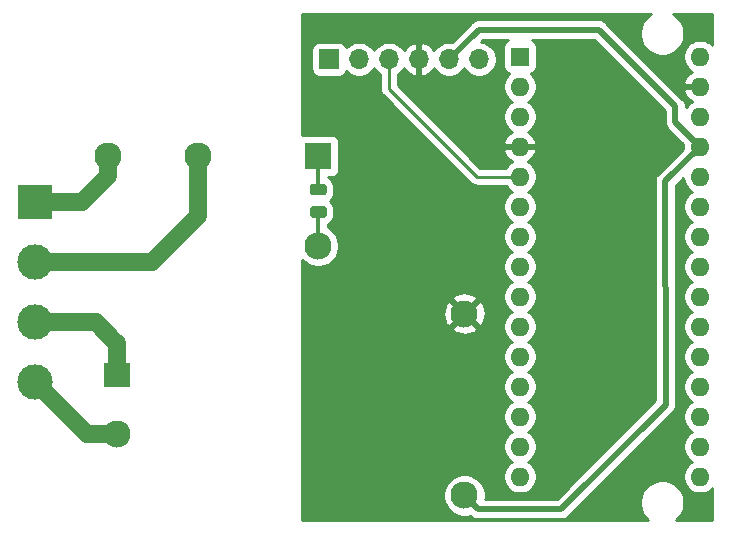
<source format=gbr>
%TF.GenerationSoftware,KiCad,Pcbnew,(5.1.5)-3*%
%TF.CreationDate,2020-10-03T11:48:18-03:00*%
%TF.ProjectId,interruptor_bluetooth V1.0,696e7465-7272-4757-9074-6f725f626c75,rev?*%
%TF.SameCoordinates,Original*%
%TF.FileFunction,Copper,L2,Bot*%
%TF.FilePolarity,Positive*%
%FSLAX46Y46*%
G04 Gerber Fmt 4.6, Leading zero omitted, Abs format (unit mm)*
G04 Created by KiCad (PCBNEW (5.1.5)-3) date 2020-10-03 11:48:18*
%MOMM*%
%LPD*%
G04 APERTURE LIST*
%ADD10C,2.300000*%
%ADD11R,2.300000X2.300000*%
%ADD12C,3.000000*%
%ADD13R,3.000000X3.000000*%
%ADD14O,1.600000X1.600000*%
%ADD15R,1.600000X1.600000*%
%ADD16R,2.300000X2.000000*%
%ADD17O,1.700000X1.700000*%
%ADD18R,1.700000X1.700000*%
%ADD19C,0.100000*%
%ADD20C,0.300000*%
%ADD21C,0.500000*%
%ADD22C,0.250000*%
%ADD23C,1.500000*%
%ADD24C,1.000000*%
%ADD25C,0.254000*%
G04 APERTURE END LIST*
D10*
X159702500Y-82486500D03*
X141922500Y-74866500D03*
X149542500Y-74866500D03*
D11*
X159702500Y-74866500D03*
D12*
X135737600Y-94030800D03*
D13*
X135737600Y-78790800D03*
D12*
X135737600Y-88950800D03*
X135737600Y-83870800D03*
D14*
X192024000Y-102006400D03*
X176784000Y-102006400D03*
X192024000Y-66446400D03*
X176784000Y-99466400D03*
X192024000Y-68986400D03*
X176784000Y-96926400D03*
X192024000Y-71526400D03*
X176784000Y-94386400D03*
X192024000Y-74066400D03*
X176784000Y-91846400D03*
X192024000Y-76606400D03*
X176784000Y-89306400D03*
X192024000Y-79146400D03*
X176784000Y-86766400D03*
X192024000Y-81686400D03*
X176784000Y-84226400D03*
X192024000Y-84226400D03*
X176784000Y-81686400D03*
X192024000Y-86766400D03*
X176784000Y-79146400D03*
X192024000Y-89306400D03*
X176784000Y-76606400D03*
X192024000Y-91846400D03*
X176784000Y-74066400D03*
X192024000Y-94386400D03*
X176784000Y-71526400D03*
X192024000Y-96926400D03*
X176784000Y-68986400D03*
X192024000Y-99466400D03*
D15*
X176784000Y-66446400D03*
D10*
X172084500Y-103608500D03*
X142684500Y-98408500D03*
D16*
X142684500Y-93408500D03*
D10*
X172084500Y-88208500D03*
D17*
X173316900Y-66675000D03*
X170776900Y-66675000D03*
X168236900Y-66675000D03*
X165696900Y-66675000D03*
X163156900Y-66675000D03*
D18*
X160616900Y-66675000D03*
%TA.AperFunction,SMDPad,CuDef*%
D19*
G36*
X160195342Y-79112674D02*
G01*
X160219003Y-79116184D01*
X160242207Y-79121996D01*
X160264729Y-79130054D01*
X160286353Y-79140282D01*
X160306870Y-79152579D01*
X160326083Y-79166829D01*
X160343807Y-79182893D01*
X160359871Y-79200617D01*
X160374121Y-79219830D01*
X160386418Y-79240347D01*
X160396646Y-79261971D01*
X160404704Y-79284493D01*
X160410516Y-79307697D01*
X160414026Y-79331358D01*
X160415200Y-79355250D01*
X160415200Y-79842750D01*
X160414026Y-79866642D01*
X160410516Y-79890303D01*
X160404704Y-79913507D01*
X160396646Y-79936029D01*
X160386418Y-79957653D01*
X160374121Y-79978170D01*
X160359871Y-79997383D01*
X160343807Y-80015107D01*
X160326083Y-80031171D01*
X160306870Y-80045421D01*
X160286353Y-80057718D01*
X160264729Y-80067946D01*
X160242207Y-80076004D01*
X160219003Y-80081816D01*
X160195342Y-80085326D01*
X160171450Y-80086500D01*
X159258950Y-80086500D01*
X159235058Y-80085326D01*
X159211397Y-80081816D01*
X159188193Y-80076004D01*
X159165671Y-80067946D01*
X159144047Y-80057718D01*
X159123530Y-80045421D01*
X159104317Y-80031171D01*
X159086593Y-80015107D01*
X159070529Y-79997383D01*
X159056279Y-79978170D01*
X159043982Y-79957653D01*
X159033754Y-79936029D01*
X159025696Y-79913507D01*
X159019884Y-79890303D01*
X159016374Y-79866642D01*
X159015200Y-79842750D01*
X159015200Y-79355250D01*
X159016374Y-79331358D01*
X159019884Y-79307697D01*
X159025696Y-79284493D01*
X159033754Y-79261971D01*
X159043982Y-79240347D01*
X159056279Y-79219830D01*
X159070529Y-79200617D01*
X159086593Y-79182893D01*
X159104317Y-79166829D01*
X159123530Y-79152579D01*
X159144047Y-79140282D01*
X159165671Y-79130054D01*
X159188193Y-79121996D01*
X159211397Y-79116184D01*
X159235058Y-79112674D01*
X159258950Y-79111500D01*
X160171450Y-79111500D01*
X160195342Y-79112674D01*
G37*
%TD.AperFunction*%
%TA.AperFunction,SMDPad,CuDef*%
G36*
X160195342Y-77237674D02*
G01*
X160219003Y-77241184D01*
X160242207Y-77246996D01*
X160264729Y-77255054D01*
X160286353Y-77265282D01*
X160306870Y-77277579D01*
X160326083Y-77291829D01*
X160343807Y-77307893D01*
X160359871Y-77325617D01*
X160374121Y-77344830D01*
X160386418Y-77365347D01*
X160396646Y-77386971D01*
X160404704Y-77409493D01*
X160410516Y-77432697D01*
X160414026Y-77456358D01*
X160415200Y-77480250D01*
X160415200Y-77967750D01*
X160414026Y-77991642D01*
X160410516Y-78015303D01*
X160404704Y-78038507D01*
X160396646Y-78061029D01*
X160386418Y-78082653D01*
X160374121Y-78103170D01*
X160359871Y-78122383D01*
X160343807Y-78140107D01*
X160326083Y-78156171D01*
X160306870Y-78170421D01*
X160286353Y-78182718D01*
X160264729Y-78192946D01*
X160242207Y-78201004D01*
X160219003Y-78206816D01*
X160195342Y-78210326D01*
X160171450Y-78211500D01*
X159258950Y-78211500D01*
X159235058Y-78210326D01*
X159211397Y-78206816D01*
X159188193Y-78201004D01*
X159165671Y-78192946D01*
X159144047Y-78182718D01*
X159123530Y-78170421D01*
X159104317Y-78156171D01*
X159086593Y-78140107D01*
X159070529Y-78122383D01*
X159056279Y-78103170D01*
X159043982Y-78082653D01*
X159033754Y-78061029D01*
X159025696Y-78038507D01*
X159019884Y-78015303D01*
X159016374Y-77991642D01*
X159015200Y-77967750D01*
X159015200Y-77480250D01*
X159016374Y-77456358D01*
X159019884Y-77432697D01*
X159025696Y-77409493D01*
X159033754Y-77386971D01*
X159043982Y-77365347D01*
X159056279Y-77344830D01*
X159070529Y-77325617D01*
X159086593Y-77307893D01*
X159104317Y-77291829D01*
X159123530Y-77277579D01*
X159144047Y-77265282D01*
X159165671Y-77255054D01*
X159188193Y-77246996D01*
X159211397Y-77241184D01*
X159235058Y-77237674D01*
X159258950Y-77236500D01*
X160171450Y-77236500D01*
X160195342Y-77237674D01*
G37*
%TD.AperFunction*%
D20*
X159715200Y-74879200D02*
X159702500Y-74866500D01*
X159715200Y-77724000D02*
X159715200Y-74879200D01*
X159715200Y-82473800D02*
X159702500Y-82486500D01*
X159715200Y-79599000D02*
X159715200Y-82473800D01*
D21*
X189077600Y-77012800D02*
X192024000Y-74066400D01*
X173234499Y-104758499D02*
X180280301Y-104758499D01*
X189128400Y-94792800D02*
X189077600Y-77012800D01*
X180280301Y-104758499D02*
X189128400Y-95910400D01*
X172084500Y-103608500D02*
X173234499Y-104758499D01*
X189128400Y-95910400D02*
X189128400Y-94792800D01*
X189941200Y-71983600D02*
X192024000Y-74066400D01*
X189941200Y-70662800D02*
X189941200Y-71983600D01*
X170776900Y-66675000D02*
X173291500Y-64160400D01*
X183438800Y-64160400D02*
X189941200Y-70662800D01*
X173291500Y-64160400D02*
X183438800Y-64160400D01*
D22*
X165696900Y-66675000D02*
X165696900Y-69176900D01*
X173126400Y-76606400D02*
X176784000Y-76606400D01*
X165696900Y-69176900D02*
X173126400Y-76606400D01*
D23*
X141922500Y-74866500D02*
X141922500Y-76568300D01*
X139700000Y-78790800D02*
X135737600Y-78790800D01*
X141922500Y-76568300D02*
X139700000Y-78790800D01*
X149542500Y-74866500D02*
X149542500Y-79921100D01*
X145592800Y-83870800D02*
X135737600Y-83870800D01*
X149542500Y-79921100D02*
X145592800Y-83870800D01*
X140106400Y-98399600D02*
X140309600Y-98399600D01*
X135737600Y-94030800D02*
X140106400Y-98399600D01*
X140309600Y-98399600D02*
X142684500Y-98408500D01*
X140868400Y-88950800D02*
X142595600Y-90678000D01*
X135737600Y-88950800D02*
X140868400Y-88950800D01*
D24*
X142595600Y-90678000D02*
X142684500Y-90716100D01*
D23*
X142684500Y-90716100D02*
X142684500Y-93408500D01*
D25*
G36*
X187621982Y-63035825D02*
G01*
X187359425Y-63298382D01*
X187153134Y-63607118D01*
X187011039Y-63950166D01*
X186938600Y-64314344D01*
X186938600Y-64685656D01*
X187011039Y-65049834D01*
X187153134Y-65392882D01*
X187359425Y-65701618D01*
X187621982Y-65964175D01*
X187930718Y-66170466D01*
X188273766Y-66312561D01*
X188637944Y-66385000D01*
X189009256Y-66385000D01*
X189373434Y-66312561D01*
X189716482Y-66170466D01*
X190025218Y-65964175D01*
X190287775Y-65701618D01*
X190494066Y-65392882D01*
X190636161Y-65049834D01*
X190708600Y-64685656D01*
X190708600Y-64314344D01*
X190636161Y-63950166D01*
X190494066Y-63607118D01*
X190287775Y-63298382D01*
X190025218Y-63035825D01*
X189763574Y-62861000D01*
X193065001Y-62861000D01*
X193065001Y-65458005D01*
X192938759Y-65331763D01*
X192703727Y-65174720D01*
X192442574Y-65066547D01*
X192165335Y-65011400D01*
X191882665Y-65011400D01*
X191605426Y-65066547D01*
X191344273Y-65174720D01*
X191109241Y-65331763D01*
X190909363Y-65531641D01*
X190752320Y-65766673D01*
X190644147Y-66027826D01*
X190589000Y-66305065D01*
X190589000Y-66587735D01*
X190644147Y-66864974D01*
X190752320Y-67126127D01*
X190909363Y-67361159D01*
X191109241Y-67561037D01*
X191344273Y-67718080D01*
X191354865Y-67722467D01*
X191168869Y-67834015D01*
X190960481Y-68022986D01*
X190792963Y-68248980D01*
X190672754Y-68503313D01*
X190632096Y-68637361D01*
X190754085Y-68859400D01*
X191897000Y-68859400D01*
X191897000Y-68839400D01*
X192151000Y-68839400D01*
X192151000Y-68859400D01*
X192171000Y-68859400D01*
X192171000Y-69113400D01*
X192151000Y-69113400D01*
X192151000Y-69133400D01*
X191897000Y-69133400D01*
X191897000Y-69113400D01*
X190754085Y-69113400D01*
X190632096Y-69335439D01*
X190672754Y-69469487D01*
X190792963Y-69723820D01*
X190960481Y-69949814D01*
X191168869Y-70138785D01*
X191354865Y-70250333D01*
X191344273Y-70254720D01*
X191109241Y-70411763D01*
X190909363Y-70611641D01*
X190826200Y-70736104D01*
X190826200Y-70706265D01*
X190830481Y-70662799D01*
X190826200Y-70619333D01*
X190826200Y-70619323D01*
X190813395Y-70489310D01*
X190762789Y-70322487D01*
X190680611Y-70168741D01*
X190656027Y-70138785D01*
X190597732Y-70067753D01*
X190597730Y-70067751D01*
X190570017Y-70033983D01*
X190536251Y-70006272D01*
X184095334Y-63565356D01*
X184067617Y-63531583D01*
X183932859Y-63420989D01*
X183779113Y-63338811D01*
X183612290Y-63288205D01*
X183482277Y-63275400D01*
X183482269Y-63275400D01*
X183438800Y-63271119D01*
X183395331Y-63275400D01*
X173334965Y-63275400D01*
X173291499Y-63271119D01*
X173248033Y-63275400D01*
X173248023Y-63275400D01*
X173118010Y-63288205D01*
X172951187Y-63338811D01*
X172797441Y-63420989D01*
X172797439Y-63420990D01*
X172797440Y-63420990D01*
X172696453Y-63503868D01*
X172696451Y-63503870D01*
X172662683Y-63531583D01*
X172634970Y-63565351D01*
X170995861Y-65204461D01*
X170923160Y-65190000D01*
X170630640Y-65190000D01*
X170343742Y-65247068D01*
X170073489Y-65359010D01*
X169830268Y-65521525D01*
X169623425Y-65728368D01*
X169501705Y-65910534D01*
X169432078Y-65793645D01*
X169237169Y-65577412D01*
X169003820Y-65403359D01*
X168740999Y-65278175D01*
X168593790Y-65233524D01*
X168363900Y-65354845D01*
X168363900Y-66548000D01*
X168383900Y-66548000D01*
X168383900Y-66802000D01*
X168363900Y-66802000D01*
X168363900Y-67995155D01*
X168593790Y-68116476D01*
X168740999Y-68071825D01*
X169003820Y-67946641D01*
X169237169Y-67772588D01*
X169432078Y-67556355D01*
X169501705Y-67439466D01*
X169623425Y-67621632D01*
X169830268Y-67828475D01*
X170073489Y-67990990D01*
X170343742Y-68102932D01*
X170630640Y-68160000D01*
X170923160Y-68160000D01*
X171210058Y-68102932D01*
X171480311Y-67990990D01*
X171723532Y-67828475D01*
X171930375Y-67621632D01*
X172046900Y-67447240D01*
X172163425Y-67621632D01*
X172370268Y-67828475D01*
X172613489Y-67990990D01*
X172883742Y-68102932D01*
X173170640Y-68160000D01*
X173463160Y-68160000D01*
X173750058Y-68102932D01*
X174020311Y-67990990D01*
X174263532Y-67828475D01*
X174470375Y-67621632D01*
X174632890Y-67378411D01*
X174744832Y-67108158D01*
X174801900Y-66821260D01*
X174801900Y-66528740D01*
X174744832Y-66241842D01*
X174632890Y-65971589D01*
X174470375Y-65728368D01*
X174263532Y-65521525D01*
X174020311Y-65359010D01*
X173750058Y-65247068D01*
X173505130Y-65198348D01*
X173658079Y-65045400D01*
X175777724Y-65045400D01*
X175739820Y-65056898D01*
X175629506Y-65115863D01*
X175532815Y-65195215D01*
X175453463Y-65291906D01*
X175394498Y-65402220D01*
X175358188Y-65521918D01*
X175345928Y-65646400D01*
X175345928Y-67246400D01*
X175358188Y-67370882D01*
X175394498Y-67490580D01*
X175453463Y-67600894D01*
X175532815Y-67697585D01*
X175629506Y-67776937D01*
X175739820Y-67835902D01*
X175859518Y-67872212D01*
X175867961Y-67873043D01*
X175669363Y-68071641D01*
X175512320Y-68306673D01*
X175404147Y-68567826D01*
X175349000Y-68845065D01*
X175349000Y-69127735D01*
X175404147Y-69404974D01*
X175512320Y-69666127D01*
X175669363Y-69901159D01*
X175869241Y-70101037D01*
X176101759Y-70256400D01*
X175869241Y-70411763D01*
X175669363Y-70611641D01*
X175512320Y-70846673D01*
X175404147Y-71107826D01*
X175349000Y-71385065D01*
X175349000Y-71667735D01*
X175404147Y-71944974D01*
X175512320Y-72206127D01*
X175669363Y-72441159D01*
X175869241Y-72641037D01*
X176104273Y-72798080D01*
X176114865Y-72802467D01*
X175928869Y-72914015D01*
X175720481Y-73102986D01*
X175552963Y-73328980D01*
X175432754Y-73583313D01*
X175392096Y-73717361D01*
X175514085Y-73939400D01*
X176657000Y-73939400D01*
X176657000Y-73919400D01*
X176911000Y-73919400D01*
X176911000Y-73939400D01*
X178053915Y-73939400D01*
X178175904Y-73717361D01*
X178135246Y-73583313D01*
X178015037Y-73328980D01*
X177847519Y-73102986D01*
X177639131Y-72914015D01*
X177453135Y-72802467D01*
X177463727Y-72798080D01*
X177698759Y-72641037D01*
X177898637Y-72441159D01*
X178055680Y-72206127D01*
X178163853Y-71944974D01*
X178219000Y-71667735D01*
X178219000Y-71385065D01*
X178163853Y-71107826D01*
X178055680Y-70846673D01*
X177898637Y-70611641D01*
X177698759Y-70411763D01*
X177466241Y-70256400D01*
X177698759Y-70101037D01*
X177898637Y-69901159D01*
X178055680Y-69666127D01*
X178163853Y-69404974D01*
X178219000Y-69127735D01*
X178219000Y-68845065D01*
X178163853Y-68567826D01*
X178055680Y-68306673D01*
X177898637Y-68071641D01*
X177700039Y-67873043D01*
X177708482Y-67872212D01*
X177828180Y-67835902D01*
X177938494Y-67776937D01*
X178035185Y-67697585D01*
X178114537Y-67600894D01*
X178173502Y-67490580D01*
X178209812Y-67370882D01*
X178222072Y-67246400D01*
X178222072Y-65646400D01*
X178209812Y-65521918D01*
X178173502Y-65402220D01*
X178114537Y-65291906D01*
X178035185Y-65195215D01*
X177938494Y-65115863D01*
X177828180Y-65056898D01*
X177790276Y-65045400D01*
X183072222Y-65045400D01*
X189056200Y-71029379D01*
X189056201Y-71940122D01*
X189051919Y-71983600D01*
X189069005Y-72157090D01*
X189119612Y-72323913D01*
X189201790Y-72477659D01*
X189284668Y-72578646D01*
X189284671Y-72578649D01*
X189312384Y-72612417D01*
X189346151Y-72640129D01*
X190595983Y-73889961D01*
X190589000Y-73925065D01*
X190589000Y-74207735D01*
X190595983Y-74242839D01*
X188481655Y-76357167D01*
X188446989Y-76385783D01*
X188392722Y-76452293D01*
X188338190Y-76518741D01*
X188337589Y-76519866D01*
X188336781Y-76520856D01*
X188296493Y-76596752D01*
X188256012Y-76672487D01*
X188255641Y-76673709D01*
X188255043Y-76674836D01*
X188230356Y-76757060D01*
X188205405Y-76839310D01*
X188205280Y-76840581D01*
X188204913Y-76841803D01*
X188196736Y-76927337D01*
X188188319Y-77012800D01*
X188192725Y-77057536D01*
X188243401Y-94794342D01*
X188243400Y-95543821D01*
X179913723Y-103873499D01*
X173851759Y-103873499D01*
X173869500Y-103784307D01*
X173869500Y-103432693D01*
X173800904Y-103087835D01*
X173666347Y-102762985D01*
X173471000Y-102470629D01*
X173222371Y-102222000D01*
X172930015Y-102026653D01*
X172605165Y-101892096D01*
X172260307Y-101823500D01*
X171908693Y-101823500D01*
X171563835Y-101892096D01*
X171238985Y-102026653D01*
X170946629Y-102222000D01*
X170698000Y-102470629D01*
X170502653Y-102762985D01*
X170368096Y-103087835D01*
X170299500Y-103432693D01*
X170299500Y-103784307D01*
X170368096Y-104129165D01*
X170502653Y-104454015D01*
X170698000Y-104746371D01*
X170946629Y-104995000D01*
X171238985Y-105190347D01*
X171563835Y-105324904D01*
X171908693Y-105393500D01*
X172260307Y-105393500D01*
X172558589Y-105334168D01*
X172577969Y-105353548D01*
X172605682Y-105387316D01*
X172639450Y-105415029D01*
X172639452Y-105415031D01*
X172710951Y-105473709D01*
X172740440Y-105497910D01*
X172894186Y-105580088D01*
X173061009Y-105630694D01*
X173191022Y-105643499D01*
X173191032Y-105643499D01*
X173234498Y-105647780D01*
X173277964Y-105643499D01*
X180236832Y-105643499D01*
X180280301Y-105647780D01*
X180323770Y-105643499D01*
X180323778Y-105643499D01*
X180453791Y-105630694D01*
X180620614Y-105580088D01*
X180774360Y-105497910D01*
X180909118Y-105387316D01*
X180936835Y-105353543D01*
X189723451Y-96566928D01*
X189757217Y-96539217D01*
X189867811Y-96404459D01*
X189867812Y-96404458D01*
X189949989Y-96250714D01*
X190000595Y-96083890D01*
X190000595Y-96083889D01*
X190013400Y-95953877D01*
X190013400Y-95953869D01*
X190017681Y-95910400D01*
X190013400Y-95866931D01*
X190013400Y-94835003D01*
X190013520Y-94833748D01*
X190013400Y-94791748D01*
X190013400Y-94749323D01*
X190013275Y-94748056D01*
X189963648Y-77378330D01*
X190589870Y-76752108D01*
X190644147Y-77024974D01*
X190752320Y-77286127D01*
X190909363Y-77521159D01*
X191109241Y-77721037D01*
X191341759Y-77876400D01*
X191109241Y-78031763D01*
X190909363Y-78231641D01*
X190752320Y-78466673D01*
X190644147Y-78727826D01*
X190589000Y-79005065D01*
X190589000Y-79287735D01*
X190644147Y-79564974D01*
X190752320Y-79826127D01*
X190909363Y-80061159D01*
X191109241Y-80261037D01*
X191341759Y-80416400D01*
X191109241Y-80571763D01*
X190909363Y-80771641D01*
X190752320Y-81006673D01*
X190644147Y-81267826D01*
X190589000Y-81545065D01*
X190589000Y-81827735D01*
X190644147Y-82104974D01*
X190752320Y-82366127D01*
X190909363Y-82601159D01*
X191109241Y-82801037D01*
X191341759Y-82956400D01*
X191109241Y-83111763D01*
X190909363Y-83311641D01*
X190752320Y-83546673D01*
X190644147Y-83807826D01*
X190589000Y-84085065D01*
X190589000Y-84367735D01*
X190644147Y-84644974D01*
X190752320Y-84906127D01*
X190909363Y-85141159D01*
X191109241Y-85341037D01*
X191341759Y-85496400D01*
X191109241Y-85651763D01*
X190909363Y-85851641D01*
X190752320Y-86086673D01*
X190644147Y-86347826D01*
X190589000Y-86625065D01*
X190589000Y-86907735D01*
X190644147Y-87184974D01*
X190752320Y-87446127D01*
X190909363Y-87681159D01*
X191109241Y-87881037D01*
X191341759Y-88036400D01*
X191109241Y-88191763D01*
X190909363Y-88391641D01*
X190752320Y-88626673D01*
X190644147Y-88887826D01*
X190589000Y-89165065D01*
X190589000Y-89447735D01*
X190644147Y-89724974D01*
X190752320Y-89986127D01*
X190909363Y-90221159D01*
X191109241Y-90421037D01*
X191341759Y-90576400D01*
X191109241Y-90731763D01*
X190909363Y-90931641D01*
X190752320Y-91166673D01*
X190644147Y-91427826D01*
X190589000Y-91705065D01*
X190589000Y-91987735D01*
X190644147Y-92264974D01*
X190752320Y-92526127D01*
X190909363Y-92761159D01*
X191109241Y-92961037D01*
X191341759Y-93116400D01*
X191109241Y-93271763D01*
X190909363Y-93471641D01*
X190752320Y-93706673D01*
X190644147Y-93967826D01*
X190589000Y-94245065D01*
X190589000Y-94527735D01*
X190644147Y-94804974D01*
X190752320Y-95066127D01*
X190909363Y-95301159D01*
X191109241Y-95501037D01*
X191341759Y-95656400D01*
X191109241Y-95811763D01*
X190909363Y-96011641D01*
X190752320Y-96246673D01*
X190644147Y-96507826D01*
X190589000Y-96785065D01*
X190589000Y-97067735D01*
X190644147Y-97344974D01*
X190752320Y-97606127D01*
X190909363Y-97841159D01*
X191109241Y-98041037D01*
X191341759Y-98196400D01*
X191109241Y-98351763D01*
X190909363Y-98551641D01*
X190752320Y-98786673D01*
X190644147Y-99047826D01*
X190589000Y-99325065D01*
X190589000Y-99607735D01*
X190644147Y-99884974D01*
X190752320Y-100146127D01*
X190909363Y-100381159D01*
X191109241Y-100581037D01*
X191341759Y-100736400D01*
X191109241Y-100891763D01*
X190909363Y-101091641D01*
X190752320Y-101326673D01*
X190644147Y-101587826D01*
X190589000Y-101865065D01*
X190589000Y-102147735D01*
X190644147Y-102424974D01*
X190752320Y-102686127D01*
X190909363Y-102921159D01*
X191109241Y-103121037D01*
X191344273Y-103278080D01*
X191605426Y-103386253D01*
X191882665Y-103441400D01*
X192165335Y-103441400D01*
X192442574Y-103386253D01*
X192703727Y-103278080D01*
X192938759Y-103121037D01*
X193065000Y-102994796D01*
X193065000Y-105668000D01*
X190005725Y-105668000D01*
X190025218Y-105654975D01*
X190287775Y-105392418D01*
X190494066Y-105083682D01*
X190636161Y-104740634D01*
X190708600Y-104376456D01*
X190708600Y-104005144D01*
X190636161Y-103640966D01*
X190494066Y-103297918D01*
X190287775Y-102989182D01*
X190025218Y-102726625D01*
X189716482Y-102520334D01*
X189373434Y-102378239D01*
X189009256Y-102305800D01*
X188637944Y-102305800D01*
X188273766Y-102378239D01*
X187930718Y-102520334D01*
X187621982Y-102726625D01*
X187359425Y-102989182D01*
X187153134Y-103297918D01*
X187011039Y-103640966D01*
X186938600Y-104005144D01*
X186938600Y-104376456D01*
X187011039Y-104740634D01*
X187153134Y-105083682D01*
X187359425Y-105392418D01*
X187621982Y-105654975D01*
X187641475Y-105668000D01*
X158369000Y-105668000D01*
X158369000Y-89450849D01*
X171021756Y-89450849D01*
X171135618Y-89730590D01*
X171450796Y-89886461D01*
X171790326Y-89977849D01*
X172141161Y-90001241D01*
X172489819Y-89955740D01*
X172822900Y-89843094D01*
X173033382Y-89730590D01*
X173147244Y-89450849D01*
X172084500Y-88388105D01*
X171021756Y-89450849D01*
X158369000Y-89450849D01*
X158369000Y-88265161D01*
X170291759Y-88265161D01*
X170337260Y-88613819D01*
X170449906Y-88946900D01*
X170562410Y-89157382D01*
X170842151Y-89271244D01*
X171904895Y-88208500D01*
X172264105Y-88208500D01*
X173326849Y-89271244D01*
X173606590Y-89157382D01*
X173762461Y-88842204D01*
X173853849Y-88502674D01*
X173877241Y-88151839D01*
X173831740Y-87803181D01*
X173719094Y-87470100D01*
X173606590Y-87259618D01*
X173326849Y-87145756D01*
X172264105Y-88208500D01*
X171904895Y-88208500D01*
X170842151Y-87145756D01*
X170562410Y-87259618D01*
X170406539Y-87574796D01*
X170315151Y-87914326D01*
X170291759Y-88265161D01*
X158369000Y-88265161D01*
X158369000Y-86966151D01*
X171021756Y-86966151D01*
X172084500Y-88028895D01*
X173147244Y-86966151D01*
X173033382Y-86686410D01*
X172718204Y-86530539D01*
X172378674Y-86439151D01*
X172027839Y-86415759D01*
X171679181Y-86461260D01*
X171346100Y-86573906D01*
X171135618Y-86686410D01*
X171021756Y-86966151D01*
X158369000Y-86966151D01*
X158369000Y-83677371D01*
X158564629Y-83873000D01*
X158856985Y-84068347D01*
X159181835Y-84202904D01*
X159526693Y-84271500D01*
X159878307Y-84271500D01*
X160223165Y-84202904D01*
X160548015Y-84068347D01*
X160840371Y-83873000D01*
X161089000Y-83624371D01*
X161284347Y-83332015D01*
X161418904Y-83007165D01*
X161487500Y-82662307D01*
X161487500Y-82310693D01*
X161418904Y-81965835D01*
X161284347Y-81640985D01*
X161089000Y-81348629D01*
X160840371Y-81100000D01*
X160548015Y-80904653D01*
X160500200Y-80884847D01*
X160500200Y-80660089D01*
X160508909Y-80657447D01*
X160661364Y-80575958D01*
X160794992Y-80466292D01*
X160904658Y-80332664D01*
X160986147Y-80180209D01*
X161036328Y-80014785D01*
X161053272Y-79842750D01*
X161053272Y-79355250D01*
X161036328Y-79183215D01*
X160986147Y-79017791D01*
X160904658Y-78865336D01*
X160794992Y-78731708D01*
X160709444Y-78661500D01*
X160794992Y-78591292D01*
X160904658Y-78457664D01*
X160986147Y-78305209D01*
X161036328Y-78139785D01*
X161053272Y-77967750D01*
X161053272Y-77480250D01*
X161036328Y-77308215D01*
X160986147Y-77142791D01*
X160904658Y-76990336D01*
X160794992Y-76856708D01*
X160661364Y-76747042D01*
X160508909Y-76665553D01*
X160500200Y-76662911D01*
X160500200Y-76654572D01*
X160852500Y-76654572D01*
X160976982Y-76642312D01*
X161096680Y-76606002D01*
X161206994Y-76547037D01*
X161303685Y-76467685D01*
X161383037Y-76370994D01*
X161442002Y-76260680D01*
X161478312Y-76140982D01*
X161490572Y-76016500D01*
X161490572Y-73716500D01*
X161478312Y-73592018D01*
X161442002Y-73472320D01*
X161383037Y-73362006D01*
X161303685Y-73265315D01*
X161206994Y-73185963D01*
X161096680Y-73126998D01*
X160976982Y-73090688D01*
X160852500Y-73078428D01*
X158552500Y-73078428D01*
X158428018Y-73090688D01*
X158369000Y-73108591D01*
X158369000Y-65825000D01*
X159128828Y-65825000D01*
X159128828Y-67525000D01*
X159141088Y-67649482D01*
X159177398Y-67769180D01*
X159236363Y-67879494D01*
X159315715Y-67976185D01*
X159412406Y-68055537D01*
X159522720Y-68114502D01*
X159642418Y-68150812D01*
X159766900Y-68163072D01*
X161466900Y-68163072D01*
X161591382Y-68150812D01*
X161711080Y-68114502D01*
X161821394Y-68055537D01*
X161918085Y-67976185D01*
X161997437Y-67879494D01*
X162056402Y-67769180D01*
X162078413Y-67696620D01*
X162210268Y-67828475D01*
X162453489Y-67990990D01*
X162723742Y-68102932D01*
X163010640Y-68160000D01*
X163303160Y-68160000D01*
X163590058Y-68102932D01*
X163860311Y-67990990D01*
X164103532Y-67828475D01*
X164310375Y-67621632D01*
X164426900Y-67447240D01*
X164543425Y-67621632D01*
X164750268Y-67828475D01*
X164936901Y-67953179D01*
X164936901Y-69139568D01*
X164933224Y-69176900D01*
X164947898Y-69325885D01*
X164991354Y-69469146D01*
X165061926Y-69601176D01*
X165115231Y-69666127D01*
X165156900Y-69716901D01*
X165185898Y-69740699D01*
X172562601Y-77117403D01*
X172586399Y-77146401D01*
X172702124Y-77241374D01*
X172834153Y-77311946D01*
X172977414Y-77355403D01*
X173089067Y-77366400D01*
X173089075Y-77366400D01*
X173126400Y-77370076D01*
X173163725Y-77366400D01*
X175565957Y-77366400D01*
X175669363Y-77521159D01*
X175869241Y-77721037D01*
X176101759Y-77876400D01*
X175869241Y-78031763D01*
X175669363Y-78231641D01*
X175512320Y-78466673D01*
X175404147Y-78727826D01*
X175349000Y-79005065D01*
X175349000Y-79287735D01*
X175404147Y-79564974D01*
X175512320Y-79826127D01*
X175669363Y-80061159D01*
X175869241Y-80261037D01*
X176101759Y-80416400D01*
X175869241Y-80571763D01*
X175669363Y-80771641D01*
X175512320Y-81006673D01*
X175404147Y-81267826D01*
X175349000Y-81545065D01*
X175349000Y-81827735D01*
X175404147Y-82104974D01*
X175512320Y-82366127D01*
X175669363Y-82601159D01*
X175869241Y-82801037D01*
X176101759Y-82956400D01*
X175869241Y-83111763D01*
X175669363Y-83311641D01*
X175512320Y-83546673D01*
X175404147Y-83807826D01*
X175349000Y-84085065D01*
X175349000Y-84367735D01*
X175404147Y-84644974D01*
X175512320Y-84906127D01*
X175669363Y-85141159D01*
X175869241Y-85341037D01*
X176101759Y-85496400D01*
X175869241Y-85651763D01*
X175669363Y-85851641D01*
X175512320Y-86086673D01*
X175404147Y-86347826D01*
X175349000Y-86625065D01*
X175349000Y-86907735D01*
X175404147Y-87184974D01*
X175512320Y-87446127D01*
X175669363Y-87681159D01*
X175869241Y-87881037D01*
X176101759Y-88036400D01*
X175869241Y-88191763D01*
X175669363Y-88391641D01*
X175512320Y-88626673D01*
X175404147Y-88887826D01*
X175349000Y-89165065D01*
X175349000Y-89447735D01*
X175404147Y-89724974D01*
X175512320Y-89986127D01*
X175669363Y-90221159D01*
X175869241Y-90421037D01*
X176101759Y-90576400D01*
X175869241Y-90731763D01*
X175669363Y-90931641D01*
X175512320Y-91166673D01*
X175404147Y-91427826D01*
X175349000Y-91705065D01*
X175349000Y-91987735D01*
X175404147Y-92264974D01*
X175512320Y-92526127D01*
X175669363Y-92761159D01*
X175869241Y-92961037D01*
X176101759Y-93116400D01*
X175869241Y-93271763D01*
X175669363Y-93471641D01*
X175512320Y-93706673D01*
X175404147Y-93967826D01*
X175349000Y-94245065D01*
X175349000Y-94527735D01*
X175404147Y-94804974D01*
X175512320Y-95066127D01*
X175669363Y-95301159D01*
X175869241Y-95501037D01*
X176101759Y-95656400D01*
X175869241Y-95811763D01*
X175669363Y-96011641D01*
X175512320Y-96246673D01*
X175404147Y-96507826D01*
X175349000Y-96785065D01*
X175349000Y-97067735D01*
X175404147Y-97344974D01*
X175512320Y-97606127D01*
X175669363Y-97841159D01*
X175869241Y-98041037D01*
X176101759Y-98196400D01*
X175869241Y-98351763D01*
X175669363Y-98551641D01*
X175512320Y-98786673D01*
X175404147Y-99047826D01*
X175349000Y-99325065D01*
X175349000Y-99607735D01*
X175404147Y-99884974D01*
X175512320Y-100146127D01*
X175669363Y-100381159D01*
X175869241Y-100581037D01*
X176101759Y-100736400D01*
X175869241Y-100891763D01*
X175669363Y-101091641D01*
X175512320Y-101326673D01*
X175404147Y-101587826D01*
X175349000Y-101865065D01*
X175349000Y-102147735D01*
X175404147Y-102424974D01*
X175512320Y-102686127D01*
X175669363Y-102921159D01*
X175869241Y-103121037D01*
X176104273Y-103278080D01*
X176365426Y-103386253D01*
X176642665Y-103441400D01*
X176925335Y-103441400D01*
X177202574Y-103386253D01*
X177463727Y-103278080D01*
X177698759Y-103121037D01*
X177898637Y-102921159D01*
X178055680Y-102686127D01*
X178163853Y-102424974D01*
X178219000Y-102147735D01*
X178219000Y-101865065D01*
X178163853Y-101587826D01*
X178055680Y-101326673D01*
X177898637Y-101091641D01*
X177698759Y-100891763D01*
X177466241Y-100736400D01*
X177698759Y-100581037D01*
X177898637Y-100381159D01*
X178055680Y-100146127D01*
X178163853Y-99884974D01*
X178219000Y-99607735D01*
X178219000Y-99325065D01*
X178163853Y-99047826D01*
X178055680Y-98786673D01*
X177898637Y-98551641D01*
X177698759Y-98351763D01*
X177466241Y-98196400D01*
X177698759Y-98041037D01*
X177898637Y-97841159D01*
X178055680Y-97606127D01*
X178163853Y-97344974D01*
X178219000Y-97067735D01*
X178219000Y-96785065D01*
X178163853Y-96507826D01*
X178055680Y-96246673D01*
X177898637Y-96011641D01*
X177698759Y-95811763D01*
X177466241Y-95656400D01*
X177698759Y-95501037D01*
X177898637Y-95301159D01*
X178055680Y-95066127D01*
X178163853Y-94804974D01*
X178219000Y-94527735D01*
X178219000Y-94245065D01*
X178163853Y-93967826D01*
X178055680Y-93706673D01*
X177898637Y-93471641D01*
X177698759Y-93271763D01*
X177466241Y-93116400D01*
X177698759Y-92961037D01*
X177898637Y-92761159D01*
X178055680Y-92526127D01*
X178163853Y-92264974D01*
X178219000Y-91987735D01*
X178219000Y-91705065D01*
X178163853Y-91427826D01*
X178055680Y-91166673D01*
X177898637Y-90931641D01*
X177698759Y-90731763D01*
X177466241Y-90576400D01*
X177698759Y-90421037D01*
X177898637Y-90221159D01*
X178055680Y-89986127D01*
X178163853Y-89724974D01*
X178219000Y-89447735D01*
X178219000Y-89165065D01*
X178163853Y-88887826D01*
X178055680Y-88626673D01*
X177898637Y-88391641D01*
X177698759Y-88191763D01*
X177466241Y-88036400D01*
X177698759Y-87881037D01*
X177898637Y-87681159D01*
X178055680Y-87446127D01*
X178163853Y-87184974D01*
X178219000Y-86907735D01*
X178219000Y-86625065D01*
X178163853Y-86347826D01*
X178055680Y-86086673D01*
X177898637Y-85851641D01*
X177698759Y-85651763D01*
X177466241Y-85496400D01*
X177698759Y-85341037D01*
X177898637Y-85141159D01*
X178055680Y-84906127D01*
X178163853Y-84644974D01*
X178219000Y-84367735D01*
X178219000Y-84085065D01*
X178163853Y-83807826D01*
X178055680Y-83546673D01*
X177898637Y-83311641D01*
X177698759Y-83111763D01*
X177466241Y-82956400D01*
X177698759Y-82801037D01*
X177898637Y-82601159D01*
X178055680Y-82366127D01*
X178163853Y-82104974D01*
X178219000Y-81827735D01*
X178219000Y-81545065D01*
X178163853Y-81267826D01*
X178055680Y-81006673D01*
X177898637Y-80771641D01*
X177698759Y-80571763D01*
X177466241Y-80416400D01*
X177698759Y-80261037D01*
X177898637Y-80061159D01*
X178055680Y-79826127D01*
X178163853Y-79564974D01*
X178219000Y-79287735D01*
X178219000Y-79005065D01*
X178163853Y-78727826D01*
X178055680Y-78466673D01*
X177898637Y-78231641D01*
X177698759Y-78031763D01*
X177466241Y-77876400D01*
X177698759Y-77721037D01*
X177898637Y-77521159D01*
X178055680Y-77286127D01*
X178163853Y-77024974D01*
X178219000Y-76747735D01*
X178219000Y-76465065D01*
X178163853Y-76187826D01*
X178055680Y-75926673D01*
X177898637Y-75691641D01*
X177698759Y-75491763D01*
X177463727Y-75334720D01*
X177453135Y-75330333D01*
X177639131Y-75218785D01*
X177847519Y-75029814D01*
X178015037Y-74803820D01*
X178135246Y-74549487D01*
X178175904Y-74415439D01*
X178053915Y-74193400D01*
X176911000Y-74193400D01*
X176911000Y-74213400D01*
X176657000Y-74213400D01*
X176657000Y-74193400D01*
X175514085Y-74193400D01*
X175392096Y-74415439D01*
X175432754Y-74549487D01*
X175552963Y-74803820D01*
X175720481Y-75029814D01*
X175928869Y-75218785D01*
X176114865Y-75330333D01*
X176104273Y-75334720D01*
X175869241Y-75491763D01*
X175669363Y-75691641D01*
X175565957Y-75846400D01*
X173441202Y-75846400D01*
X166456900Y-68862099D01*
X166456900Y-67953178D01*
X166643532Y-67828475D01*
X166850375Y-67621632D01*
X166972095Y-67439466D01*
X167041722Y-67556355D01*
X167236631Y-67772588D01*
X167469980Y-67946641D01*
X167732801Y-68071825D01*
X167880010Y-68116476D01*
X168109900Y-67995155D01*
X168109900Y-66802000D01*
X168089900Y-66802000D01*
X168089900Y-66548000D01*
X168109900Y-66548000D01*
X168109900Y-65354845D01*
X167880010Y-65233524D01*
X167732801Y-65278175D01*
X167469980Y-65403359D01*
X167236631Y-65577412D01*
X167041722Y-65793645D01*
X166972095Y-65910534D01*
X166850375Y-65728368D01*
X166643532Y-65521525D01*
X166400311Y-65359010D01*
X166130058Y-65247068D01*
X165843160Y-65190000D01*
X165550640Y-65190000D01*
X165263742Y-65247068D01*
X164993489Y-65359010D01*
X164750268Y-65521525D01*
X164543425Y-65728368D01*
X164426900Y-65902760D01*
X164310375Y-65728368D01*
X164103532Y-65521525D01*
X163860311Y-65359010D01*
X163590058Y-65247068D01*
X163303160Y-65190000D01*
X163010640Y-65190000D01*
X162723742Y-65247068D01*
X162453489Y-65359010D01*
X162210268Y-65521525D01*
X162078413Y-65653380D01*
X162056402Y-65580820D01*
X161997437Y-65470506D01*
X161918085Y-65373815D01*
X161821394Y-65294463D01*
X161711080Y-65235498D01*
X161591382Y-65199188D01*
X161466900Y-65186928D01*
X159766900Y-65186928D01*
X159642418Y-65199188D01*
X159522720Y-65235498D01*
X159412406Y-65294463D01*
X159315715Y-65373815D01*
X159236363Y-65470506D01*
X159177398Y-65580820D01*
X159141088Y-65700518D01*
X159128828Y-65825000D01*
X158369000Y-65825000D01*
X158369000Y-62861000D01*
X187883626Y-62861000D01*
X187621982Y-63035825D01*
G37*
X187621982Y-63035825D02*
X187359425Y-63298382D01*
X187153134Y-63607118D01*
X187011039Y-63950166D01*
X186938600Y-64314344D01*
X186938600Y-64685656D01*
X187011039Y-65049834D01*
X187153134Y-65392882D01*
X187359425Y-65701618D01*
X187621982Y-65964175D01*
X187930718Y-66170466D01*
X188273766Y-66312561D01*
X188637944Y-66385000D01*
X189009256Y-66385000D01*
X189373434Y-66312561D01*
X189716482Y-66170466D01*
X190025218Y-65964175D01*
X190287775Y-65701618D01*
X190494066Y-65392882D01*
X190636161Y-65049834D01*
X190708600Y-64685656D01*
X190708600Y-64314344D01*
X190636161Y-63950166D01*
X190494066Y-63607118D01*
X190287775Y-63298382D01*
X190025218Y-63035825D01*
X189763574Y-62861000D01*
X193065001Y-62861000D01*
X193065001Y-65458005D01*
X192938759Y-65331763D01*
X192703727Y-65174720D01*
X192442574Y-65066547D01*
X192165335Y-65011400D01*
X191882665Y-65011400D01*
X191605426Y-65066547D01*
X191344273Y-65174720D01*
X191109241Y-65331763D01*
X190909363Y-65531641D01*
X190752320Y-65766673D01*
X190644147Y-66027826D01*
X190589000Y-66305065D01*
X190589000Y-66587735D01*
X190644147Y-66864974D01*
X190752320Y-67126127D01*
X190909363Y-67361159D01*
X191109241Y-67561037D01*
X191344273Y-67718080D01*
X191354865Y-67722467D01*
X191168869Y-67834015D01*
X190960481Y-68022986D01*
X190792963Y-68248980D01*
X190672754Y-68503313D01*
X190632096Y-68637361D01*
X190754085Y-68859400D01*
X191897000Y-68859400D01*
X191897000Y-68839400D01*
X192151000Y-68839400D01*
X192151000Y-68859400D01*
X192171000Y-68859400D01*
X192171000Y-69113400D01*
X192151000Y-69113400D01*
X192151000Y-69133400D01*
X191897000Y-69133400D01*
X191897000Y-69113400D01*
X190754085Y-69113400D01*
X190632096Y-69335439D01*
X190672754Y-69469487D01*
X190792963Y-69723820D01*
X190960481Y-69949814D01*
X191168869Y-70138785D01*
X191354865Y-70250333D01*
X191344273Y-70254720D01*
X191109241Y-70411763D01*
X190909363Y-70611641D01*
X190826200Y-70736104D01*
X190826200Y-70706265D01*
X190830481Y-70662799D01*
X190826200Y-70619333D01*
X190826200Y-70619323D01*
X190813395Y-70489310D01*
X190762789Y-70322487D01*
X190680611Y-70168741D01*
X190656027Y-70138785D01*
X190597732Y-70067753D01*
X190597730Y-70067751D01*
X190570017Y-70033983D01*
X190536251Y-70006272D01*
X184095334Y-63565356D01*
X184067617Y-63531583D01*
X183932859Y-63420989D01*
X183779113Y-63338811D01*
X183612290Y-63288205D01*
X183482277Y-63275400D01*
X183482269Y-63275400D01*
X183438800Y-63271119D01*
X183395331Y-63275400D01*
X173334965Y-63275400D01*
X173291499Y-63271119D01*
X173248033Y-63275400D01*
X173248023Y-63275400D01*
X173118010Y-63288205D01*
X172951187Y-63338811D01*
X172797441Y-63420989D01*
X172797439Y-63420990D01*
X172797440Y-63420990D01*
X172696453Y-63503868D01*
X172696451Y-63503870D01*
X172662683Y-63531583D01*
X172634970Y-63565351D01*
X170995861Y-65204461D01*
X170923160Y-65190000D01*
X170630640Y-65190000D01*
X170343742Y-65247068D01*
X170073489Y-65359010D01*
X169830268Y-65521525D01*
X169623425Y-65728368D01*
X169501705Y-65910534D01*
X169432078Y-65793645D01*
X169237169Y-65577412D01*
X169003820Y-65403359D01*
X168740999Y-65278175D01*
X168593790Y-65233524D01*
X168363900Y-65354845D01*
X168363900Y-66548000D01*
X168383900Y-66548000D01*
X168383900Y-66802000D01*
X168363900Y-66802000D01*
X168363900Y-67995155D01*
X168593790Y-68116476D01*
X168740999Y-68071825D01*
X169003820Y-67946641D01*
X169237169Y-67772588D01*
X169432078Y-67556355D01*
X169501705Y-67439466D01*
X169623425Y-67621632D01*
X169830268Y-67828475D01*
X170073489Y-67990990D01*
X170343742Y-68102932D01*
X170630640Y-68160000D01*
X170923160Y-68160000D01*
X171210058Y-68102932D01*
X171480311Y-67990990D01*
X171723532Y-67828475D01*
X171930375Y-67621632D01*
X172046900Y-67447240D01*
X172163425Y-67621632D01*
X172370268Y-67828475D01*
X172613489Y-67990990D01*
X172883742Y-68102932D01*
X173170640Y-68160000D01*
X173463160Y-68160000D01*
X173750058Y-68102932D01*
X174020311Y-67990990D01*
X174263532Y-67828475D01*
X174470375Y-67621632D01*
X174632890Y-67378411D01*
X174744832Y-67108158D01*
X174801900Y-66821260D01*
X174801900Y-66528740D01*
X174744832Y-66241842D01*
X174632890Y-65971589D01*
X174470375Y-65728368D01*
X174263532Y-65521525D01*
X174020311Y-65359010D01*
X173750058Y-65247068D01*
X173505130Y-65198348D01*
X173658079Y-65045400D01*
X175777724Y-65045400D01*
X175739820Y-65056898D01*
X175629506Y-65115863D01*
X175532815Y-65195215D01*
X175453463Y-65291906D01*
X175394498Y-65402220D01*
X175358188Y-65521918D01*
X175345928Y-65646400D01*
X175345928Y-67246400D01*
X175358188Y-67370882D01*
X175394498Y-67490580D01*
X175453463Y-67600894D01*
X175532815Y-67697585D01*
X175629506Y-67776937D01*
X175739820Y-67835902D01*
X175859518Y-67872212D01*
X175867961Y-67873043D01*
X175669363Y-68071641D01*
X175512320Y-68306673D01*
X175404147Y-68567826D01*
X175349000Y-68845065D01*
X175349000Y-69127735D01*
X175404147Y-69404974D01*
X175512320Y-69666127D01*
X175669363Y-69901159D01*
X175869241Y-70101037D01*
X176101759Y-70256400D01*
X175869241Y-70411763D01*
X175669363Y-70611641D01*
X175512320Y-70846673D01*
X175404147Y-71107826D01*
X175349000Y-71385065D01*
X175349000Y-71667735D01*
X175404147Y-71944974D01*
X175512320Y-72206127D01*
X175669363Y-72441159D01*
X175869241Y-72641037D01*
X176104273Y-72798080D01*
X176114865Y-72802467D01*
X175928869Y-72914015D01*
X175720481Y-73102986D01*
X175552963Y-73328980D01*
X175432754Y-73583313D01*
X175392096Y-73717361D01*
X175514085Y-73939400D01*
X176657000Y-73939400D01*
X176657000Y-73919400D01*
X176911000Y-73919400D01*
X176911000Y-73939400D01*
X178053915Y-73939400D01*
X178175904Y-73717361D01*
X178135246Y-73583313D01*
X178015037Y-73328980D01*
X177847519Y-73102986D01*
X177639131Y-72914015D01*
X177453135Y-72802467D01*
X177463727Y-72798080D01*
X177698759Y-72641037D01*
X177898637Y-72441159D01*
X178055680Y-72206127D01*
X178163853Y-71944974D01*
X178219000Y-71667735D01*
X178219000Y-71385065D01*
X178163853Y-71107826D01*
X178055680Y-70846673D01*
X177898637Y-70611641D01*
X177698759Y-70411763D01*
X177466241Y-70256400D01*
X177698759Y-70101037D01*
X177898637Y-69901159D01*
X178055680Y-69666127D01*
X178163853Y-69404974D01*
X178219000Y-69127735D01*
X178219000Y-68845065D01*
X178163853Y-68567826D01*
X178055680Y-68306673D01*
X177898637Y-68071641D01*
X177700039Y-67873043D01*
X177708482Y-67872212D01*
X177828180Y-67835902D01*
X177938494Y-67776937D01*
X178035185Y-67697585D01*
X178114537Y-67600894D01*
X178173502Y-67490580D01*
X178209812Y-67370882D01*
X178222072Y-67246400D01*
X178222072Y-65646400D01*
X178209812Y-65521918D01*
X178173502Y-65402220D01*
X178114537Y-65291906D01*
X178035185Y-65195215D01*
X177938494Y-65115863D01*
X177828180Y-65056898D01*
X177790276Y-65045400D01*
X183072222Y-65045400D01*
X189056200Y-71029379D01*
X189056201Y-71940122D01*
X189051919Y-71983600D01*
X189069005Y-72157090D01*
X189119612Y-72323913D01*
X189201790Y-72477659D01*
X189284668Y-72578646D01*
X189284671Y-72578649D01*
X189312384Y-72612417D01*
X189346151Y-72640129D01*
X190595983Y-73889961D01*
X190589000Y-73925065D01*
X190589000Y-74207735D01*
X190595983Y-74242839D01*
X188481655Y-76357167D01*
X188446989Y-76385783D01*
X188392722Y-76452293D01*
X188338190Y-76518741D01*
X188337589Y-76519866D01*
X188336781Y-76520856D01*
X188296493Y-76596752D01*
X188256012Y-76672487D01*
X188255641Y-76673709D01*
X188255043Y-76674836D01*
X188230356Y-76757060D01*
X188205405Y-76839310D01*
X188205280Y-76840581D01*
X188204913Y-76841803D01*
X188196736Y-76927337D01*
X188188319Y-77012800D01*
X188192725Y-77057536D01*
X188243401Y-94794342D01*
X188243400Y-95543821D01*
X179913723Y-103873499D01*
X173851759Y-103873499D01*
X173869500Y-103784307D01*
X173869500Y-103432693D01*
X173800904Y-103087835D01*
X173666347Y-102762985D01*
X173471000Y-102470629D01*
X173222371Y-102222000D01*
X172930015Y-102026653D01*
X172605165Y-101892096D01*
X172260307Y-101823500D01*
X171908693Y-101823500D01*
X171563835Y-101892096D01*
X171238985Y-102026653D01*
X170946629Y-102222000D01*
X170698000Y-102470629D01*
X170502653Y-102762985D01*
X170368096Y-103087835D01*
X170299500Y-103432693D01*
X170299500Y-103784307D01*
X170368096Y-104129165D01*
X170502653Y-104454015D01*
X170698000Y-104746371D01*
X170946629Y-104995000D01*
X171238985Y-105190347D01*
X171563835Y-105324904D01*
X171908693Y-105393500D01*
X172260307Y-105393500D01*
X172558589Y-105334168D01*
X172577969Y-105353548D01*
X172605682Y-105387316D01*
X172639450Y-105415029D01*
X172639452Y-105415031D01*
X172710951Y-105473709D01*
X172740440Y-105497910D01*
X172894186Y-105580088D01*
X173061009Y-105630694D01*
X173191022Y-105643499D01*
X173191032Y-105643499D01*
X173234498Y-105647780D01*
X173277964Y-105643499D01*
X180236832Y-105643499D01*
X180280301Y-105647780D01*
X180323770Y-105643499D01*
X180323778Y-105643499D01*
X180453791Y-105630694D01*
X180620614Y-105580088D01*
X180774360Y-105497910D01*
X180909118Y-105387316D01*
X180936835Y-105353543D01*
X189723451Y-96566928D01*
X189757217Y-96539217D01*
X189867811Y-96404459D01*
X189867812Y-96404458D01*
X189949989Y-96250714D01*
X190000595Y-96083890D01*
X190000595Y-96083889D01*
X190013400Y-95953877D01*
X190013400Y-95953869D01*
X190017681Y-95910400D01*
X190013400Y-95866931D01*
X190013400Y-94835003D01*
X190013520Y-94833748D01*
X190013400Y-94791748D01*
X190013400Y-94749323D01*
X190013275Y-94748056D01*
X189963648Y-77378330D01*
X190589870Y-76752108D01*
X190644147Y-77024974D01*
X190752320Y-77286127D01*
X190909363Y-77521159D01*
X191109241Y-77721037D01*
X191341759Y-77876400D01*
X191109241Y-78031763D01*
X190909363Y-78231641D01*
X190752320Y-78466673D01*
X190644147Y-78727826D01*
X190589000Y-79005065D01*
X190589000Y-79287735D01*
X190644147Y-79564974D01*
X190752320Y-79826127D01*
X190909363Y-80061159D01*
X191109241Y-80261037D01*
X191341759Y-80416400D01*
X191109241Y-80571763D01*
X190909363Y-80771641D01*
X190752320Y-81006673D01*
X190644147Y-81267826D01*
X190589000Y-81545065D01*
X190589000Y-81827735D01*
X190644147Y-82104974D01*
X190752320Y-82366127D01*
X190909363Y-82601159D01*
X191109241Y-82801037D01*
X191341759Y-82956400D01*
X191109241Y-83111763D01*
X190909363Y-83311641D01*
X190752320Y-83546673D01*
X190644147Y-83807826D01*
X190589000Y-84085065D01*
X190589000Y-84367735D01*
X190644147Y-84644974D01*
X190752320Y-84906127D01*
X190909363Y-85141159D01*
X191109241Y-85341037D01*
X191341759Y-85496400D01*
X191109241Y-85651763D01*
X190909363Y-85851641D01*
X190752320Y-86086673D01*
X190644147Y-86347826D01*
X190589000Y-86625065D01*
X190589000Y-86907735D01*
X190644147Y-87184974D01*
X190752320Y-87446127D01*
X190909363Y-87681159D01*
X191109241Y-87881037D01*
X191341759Y-88036400D01*
X191109241Y-88191763D01*
X190909363Y-88391641D01*
X190752320Y-88626673D01*
X190644147Y-88887826D01*
X190589000Y-89165065D01*
X190589000Y-89447735D01*
X190644147Y-89724974D01*
X190752320Y-89986127D01*
X190909363Y-90221159D01*
X191109241Y-90421037D01*
X191341759Y-90576400D01*
X191109241Y-90731763D01*
X190909363Y-90931641D01*
X190752320Y-91166673D01*
X190644147Y-91427826D01*
X190589000Y-91705065D01*
X190589000Y-91987735D01*
X190644147Y-92264974D01*
X190752320Y-92526127D01*
X190909363Y-92761159D01*
X191109241Y-92961037D01*
X191341759Y-93116400D01*
X191109241Y-93271763D01*
X190909363Y-93471641D01*
X190752320Y-93706673D01*
X190644147Y-93967826D01*
X190589000Y-94245065D01*
X190589000Y-94527735D01*
X190644147Y-94804974D01*
X190752320Y-95066127D01*
X190909363Y-95301159D01*
X191109241Y-95501037D01*
X191341759Y-95656400D01*
X191109241Y-95811763D01*
X190909363Y-96011641D01*
X190752320Y-96246673D01*
X190644147Y-96507826D01*
X190589000Y-96785065D01*
X190589000Y-97067735D01*
X190644147Y-97344974D01*
X190752320Y-97606127D01*
X190909363Y-97841159D01*
X191109241Y-98041037D01*
X191341759Y-98196400D01*
X191109241Y-98351763D01*
X190909363Y-98551641D01*
X190752320Y-98786673D01*
X190644147Y-99047826D01*
X190589000Y-99325065D01*
X190589000Y-99607735D01*
X190644147Y-99884974D01*
X190752320Y-100146127D01*
X190909363Y-100381159D01*
X191109241Y-100581037D01*
X191341759Y-100736400D01*
X191109241Y-100891763D01*
X190909363Y-101091641D01*
X190752320Y-101326673D01*
X190644147Y-101587826D01*
X190589000Y-101865065D01*
X190589000Y-102147735D01*
X190644147Y-102424974D01*
X190752320Y-102686127D01*
X190909363Y-102921159D01*
X191109241Y-103121037D01*
X191344273Y-103278080D01*
X191605426Y-103386253D01*
X191882665Y-103441400D01*
X192165335Y-103441400D01*
X192442574Y-103386253D01*
X192703727Y-103278080D01*
X192938759Y-103121037D01*
X193065000Y-102994796D01*
X193065000Y-105668000D01*
X190005725Y-105668000D01*
X190025218Y-105654975D01*
X190287775Y-105392418D01*
X190494066Y-105083682D01*
X190636161Y-104740634D01*
X190708600Y-104376456D01*
X190708600Y-104005144D01*
X190636161Y-103640966D01*
X190494066Y-103297918D01*
X190287775Y-102989182D01*
X190025218Y-102726625D01*
X189716482Y-102520334D01*
X189373434Y-102378239D01*
X189009256Y-102305800D01*
X188637944Y-102305800D01*
X188273766Y-102378239D01*
X187930718Y-102520334D01*
X187621982Y-102726625D01*
X187359425Y-102989182D01*
X187153134Y-103297918D01*
X187011039Y-103640966D01*
X186938600Y-104005144D01*
X186938600Y-104376456D01*
X187011039Y-104740634D01*
X187153134Y-105083682D01*
X187359425Y-105392418D01*
X187621982Y-105654975D01*
X187641475Y-105668000D01*
X158369000Y-105668000D01*
X158369000Y-89450849D01*
X171021756Y-89450849D01*
X171135618Y-89730590D01*
X171450796Y-89886461D01*
X171790326Y-89977849D01*
X172141161Y-90001241D01*
X172489819Y-89955740D01*
X172822900Y-89843094D01*
X173033382Y-89730590D01*
X173147244Y-89450849D01*
X172084500Y-88388105D01*
X171021756Y-89450849D01*
X158369000Y-89450849D01*
X158369000Y-88265161D01*
X170291759Y-88265161D01*
X170337260Y-88613819D01*
X170449906Y-88946900D01*
X170562410Y-89157382D01*
X170842151Y-89271244D01*
X171904895Y-88208500D01*
X172264105Y-88208500D01*
X173326849Y-89271244D01*
X173606590Y-89157382D01*
X173762461Y-88842204D01*
X173853849Y-88502674D01*
X173877241Y-88151839D01*
X173831740Y-87803181D01*
X173719094Y-87470100D01*
X173606590Y-87259618D01*
X173326849Y-87145756D01*
X172264105Y-88208500D01*
X171904895Y-88208500D01*
X170842151Y-87145756D01*
X170562410Y-87259618D01*
X170406539Y-87574796D01*
X170315151Y-87914326D01*
X170291759Y-88265161D01*
X158369000Y-88265161D01*
X158369000Y-86966151D01*
X171021756Y-86966151D01*
X172084500Y-88028895D01*
X173147244Y-86966151D01*
X173033382Y-86686410D01*
X172718204Y-86530539D01*
X172378674Y-86439151D01*
X172027839Y-86415759D01*
X171679181Y-86461260D01*
X171346100Y-86573906D01*
X171135618Y-86686410D01*
X171021756Y-86966151D01*
X158369000Y-86966151D01*
X158369000Y-83677371D01*
X158564629Y-83873000D01*
X158856985Y-84068347D01*
X159181835Y-84202904D01*
X159526693Y-84271500D01*
X159878307Y-84271500D01*
X160223165Y-84202904D01*
X160548015Y-84068347D01*
X160840371Y-83873000D01*
X161089000Y-83624371D01*
X161284347Y-83332015D01*
X161418904Y-83007165D01*
X161487500Y-82662307D01*
X161487500Y-82310693D01*
X161418904Y-81965835D01*
X161284347Y-81640985D01*
X161089000Y-81348629D01*
X160840371Y-81100000D01*
X160548015Y-80904653D01*
X160500200Y-80884847D01*
X160500200Y-80660089D01*
X160508909Y-80657447D01*
X160661364Y-80575958D01*
X160794992Y-80466292D01*
X160904658Y-80332664D01*
X160986147Y-80180209D01*
X161036328Y-80014785D01*
X161053272Y-79842750D01*
X161053272Y-79355250D01*
X161036328Y-79183215D01*
X160986147Y-79017791D01*
X160904658Y-78865336D01*
X160794992Y-78731708D01*
X160709444Y-78661500D01*
X160794992Y-78591292D01*
X160904658Y-78457664D01*
X160986147Y-78305209D01*
X161036328Y-78139785D01*
X161053272Y-77967750D01*
X161053272Y-77480250D01*
X161036328Y-77308215D01*
X160986147Y-77142791D01*
X160904658Y-76990336D01*
X160794992Y-76856708D01*
X160661364Y-76747042D01*
X160508909Y-76665553D01*
X160500200Y-76662911D01*
X160500200Y-76654572D01*
X160852500Y-76654572D01*
X160976982Y-76642312D01*
X161096680Y-76606002D01*
X161206994Y-76547037D01*
X161303685Y-76467685D01*
X161383037Y-76370994D01*
X161442002Y-76260680D01*
X161478312Y-76140982D01*
X161490572Y-76016500D01*
X161490572Y-73716500D01*
X161478312Y-73592018D01*
X161442002Y-73472320D01*
X161383037Y-73362006D01*
X161303685Y-73265315D01*
X161206994Y-73185963D01*
X161096680Y-73126998D01*
X160976982Y-73090688D01*
X160852500Y-73078428D01*
X158552500Y-73078428D01*
X158428018Y-73090688D01*
X158369000Y-73108591D01*
X158369000Y-65825000D01*
X159128828Y-65825000D01*
X159128828Y-67525000D01*
X159141088Y-67649482D01*
X159177398Y-67769180D01*
X159236363Y-67879494D01*
X159315715Y-67976185D01*
X159412406Y-68055537D01*
X159522720Y-68114502D01*
X159642418Y-68150812D01*
X159766900Y-68163072D01*
X161466900Y-68163072D01*
X161591382Y-68150812D01*
X161711080Y-68114502D01*
X161821394Y-68055537D01*
X161918085Y-67976185D01*
X161997437Y-67879494D01*
X162056402Y-67769180D01*
X162078413Y-67696620D01*
X162210268Y-67828475D01*
X162453489Y-67990990D01*
X162723742Y-68102932D01*
X163010640Y-68160000D01*
X163303160Y-68160000D01*
X163590058Y-68102932D01*
X163860311Y-67990990D01*
X164103532Y-67828475D01*
X164310375Y-67621632D01*
X164426900Y-67447240D01*
X164543425Y-67621632D01*
X164750268Y-67828475D01*
X164936901Y-67953179D01*
X164936901Y-69139568D01*
X164933224Y-69176900D01*
X164947898Y-69325885D01*
X164991354Y-69469146D01*
X165061926Y-69601176D01*
X165115231Y-69666127D01*
X165156900Y-69716901D01*
X165185898Y-69740699D01*
X172562601Y-77117403D01*
X172586399Y-77146401D01*
X172702124Y-77241374D01*
X172834153Y-77311946D01*
X172977414Y-77355403D01*
X173089067Y-77366400D01*
X173089075Y-77366400D01*
X173126400Y-77370076D01*
X173163725Y-77366400D01*
X175565957Y-77366400D01*
X175669363Y-77521159D01*
X175869241Y-77721037D01*
X176101759Y-77876400D01*
X175869241Y-78031763D01*
X175669363Y-78231641D01*
X175512320Y-78466673D01*
X175404147Y-78727826D01*
X175349000Y-79005065D01*
X175349000Y-79287735D01*
X175404147Y-79564974D01*
X175512320Y-79826127D01*
X175669363Y-80061159D01*
X175869241Y-80261037D01*
X176101759Y-80416400D01*
X175869241Y-80571763D01*
X175669363Y-80771641D01*
X175512320Y-81006673D01*
X175404147Y-81267826D01*
X175349000Y-81545065D01*
X175349000Y-81827735D01*
X175404147Y-82104974D01*
X175512320Y-82366127D01*
X175669363Y-82601159D01*
X175869241Y-82801037D01*
X176101759Y-82956400D01*
X175869241Y-83111763D01*
X175669363Y-83311641D01*
X175512320Y-83546673D01*
X175404147Y-83807826D01*
X175349000Y-84085065D01*
X175349000Y-84367735D01*
X175404147Y-84644974D01*
X175512320Y-84906127D01*
X175669363Y-85141159D01*
X175869241Y-85341037D01*
X176101759Y-85496400D01*
X175869241Y-85651763D01*
X175669363Y-85851641D01*
X175512320Y-86086673D01*
X175404147Y-86347826D01*
X175349000Y-86625065D01*
X175349000Y-86907735D01*
X175404147Y-87184974D01*
X175512320Y-87446127D01*
X175669363Y-87681159D01*
X175869241Y-87881037D01*
X176101759Y-88036400D01*
X175869241Y-88191763D01*
X175669363Y-88391641D01*
X175512320Y-88626673D01*
X175404147Y-88887826D01*
X175349000Y-89165065D01*
X175349000Y-89447735D01*
X175404147Y-89724974D01*
X175512320Y-89986127D01*
X175669363Y-90221159D01*
X175869241Y-90421037D01*
X176101759Y-90576400D01*
X175869241Y-90731763D01*
X175669363Y-90931641D01*
X175512320Y-91166673D01*
X175404147Y-91427826D01*
X175349000Y-91705065D01*
X175349000Y-91987735D01*
X175404147Y-92264974D01*
X175512320Y-92526127D01*
X175669363Y-92761159D01*
X175869241Y-92961037D01*
X176101759Y-93116400D01*
X175869241Y-93271763D01*
X175669363Y-93471641D01*
X175512320Y-93706673D01*
X175404147Y-93967826D01*
X175349000Y-94245065D01*
X175349000Y-94527735D01*
X175404147Y-94804974D01*
X175512320Y-95066127D01*
X175669363Y-95301159D01*
X175869241Y-95501037D01*
X176101759Y-95656400D01*
X175869241Y-95811763D01*
X175669363Y-96011641D01*
X175512320Y-96246673D01*
X175404147Y-96507826D01*
X175349000Y-96785065D01*
X175349000Y-97067735D01*
X175404147Y-97344974D01*
X175512320Y-97606127D01*
X175669363Y-97841159D01*
X175869241Y-98041037D01*
X176101759Y-98196400D01*
X175869241Y-98351763D01*
X175669363Y-98551641D01*
X175512320Y-98786673D01*
X175404147Y-99047826D01*
X175349000Y-99325065D01*
X175349000Y-99607735D01*
X175404147Y-99884974D01*
X175512320Y-100146127D01*
X175669363Y-100381159D01*
X175869241Y-100581037D01*
X176101759Y-100736400D01*
X175869241Y-100891763D01*
X175669363Y-101091641D01*
X175512320Y-101326673D01*
X175404147Y-101587826D01*
X175349000Y-101865065D01*
X175349000Y-102147735D01*
X175404147Y-102424974D01*
X175512320Y-102686127D01*
X175669363Y-102921159D01*
X175869241Y-103121037D01*
X176104273Y-103278080D01*
X176365426Y-103386253D01*
X176642665Y-103441400D01*
X176925335Y-103441400D01*
X177202574Y-103386253D01*
X177463727Y-103278080D01*
X177698759Y-103121037D01*
X177898637Y-102921159D01*
X178055680Y-102686127D01*
X178163853Y-102424974D01*
X178219000Y-102147735D01*
X178219000Y-101865065D01*
X178163853Y-101587826D01*
X178055680Y-101326673D01*
X177898637Y-101091641D01*
X177698759Y-100891763D01*
X177466241Y-100736400D01*
X177698759Y-100581037D01*
X177898637Y-100381159D01*
X178055680Y-100146127D01*
X178163853Y-99884974D01*
X178219000Y-99607735D01*
X178219000Y-99325065D01*
X178163853Y-99047826D01*
X178055680Y-98786673D01*
X177898637Y-98551641D01*
X177698759Y-98351763D01*
X177466241Y-98196400D01*
X177698759Y-98041037D01*
X177898637Y-97841159D01*
X178055680Y-97606127D01*
X178163853Y-97344974D01*
X178219000Y-97067735D01*
X178219000Y-96785065D01*
X178163853Y-96507826D01*
X178055680Y-96246673D01*
X177898637Y-96011641D01*
X177698759Y-95811763D01*
X177466241Y-95656400D01*
X177698759Y-95501037D01*
X177898637Y-95301159D01*
X178055680Y-95066127D01*
X178163853Y-94804974D01*
X178219000Y-94527735D01*
X178219000Y-94245065D01*
X178163853Y-93967826D01*
X178055680Y-93706673D01*
X177898637Y-93471641D01*
X177698759Y-93271763D01*
X177466241Y-93116400D01*
X177698759Y-92961037D01*
X177898637Y-92761159D01*
X178055680Y-92526127D01*
X178163853Y-92264974D01*
X178219000Y-91987735D01*
X178219000Y-91705065D01*
X178163853Y-91427826D01*
X178055680Y-91166673D01*
X177898637Y-90931641D01*
X177698759Y-90731763D01*
X177466241Y-90576400D01*
X177698759Y-90421037D01*
X177898637Y-90221159D01*
X178055680Y-89986127D01*
X178163853Y-89724974D01*
X178219000Y-89447735D01*
X178219000Y-89165065D01*
X178163853Y-88887826D01*
X178055680Y-88626673D01*
X177898637Y-88391641D01*
X177698759Y-88191763D01*
X177466241Y-88036400D01*
X177698759Y-87881037D01*
X177898637Y-87681159D01*
X178055680Y-87446127D01*
X178163853Y-87184974D01*
X178219000Y-86907735D01*
X178219000Y-86625065D01*
X178163853Y-86347826D01*
X178055680Y-86086673D01*
X177898637Y-85851641D01*
X177698759Y-85651763D01*
X177466241Y-85496400D01*
X177698759Y-85341037D01*
X177898637Y-85141159D01*
X178055680Y-84906127D01*
X178163853Y-84644974D01*
X178219000Y-84367735D01*
X178219000Y-84085065D01*
X178163853Y-83807826D01*
X178055680Y-83546673D01*
X177898637Y-83311641D01*
X177698759Y-83111763D01*
X177466241Y-82956400D01*
X177698759Y-82801037D01*
X177898637Y-82601159D01*
X178055680Y-82366127D01*
X178163853Y-82104974D01*
X178219000Y-81827735D01*
X178219000Y-81545065D01*
X178163853Y-81267826D01*
X178055680Y-81006673D01*
X177898637Y-80771641D01*
X177698759Y-80571763D01*
X177466241Y-80416400D01*
X177698759Y-80261037D01*
X177898637Y-80061159D01*
X178055680Y-79826127D01*
X178163853Y-79564974D01*
X178219000Y-79287735D01*
X178219000Y-79005065D01*
X178163853Y-78727826D01*
X178055680Y-78466673D01*
X177898637Y-78231641D01*
X177698759Y-78031763D01*
X177466241Y-77876400D01*
X177698759Y-77721037D01*
X177898637Y-77521159D01*
X178055680Y-77286127D01*
X178163853Y-77024974D01*
X178219000Y-76747735D01*
X178219000Y-76465065D01*
X178163853Y-76187826D01*
X178055680Y-75926673D01*
X177898637Y-75691641D01*
X177698759Y-75491763D01*
X177463727Y-75334720D01*
X177453135Y-75330333D01*
X177639131Y-75218785D01*
X177847519Y-75029814D01*
X178015037Y-74803820D01*
X178135246Y-74549487D01*
X178175904Y-74415439D01*
X178053915Y-74193400D01*
X176911000Y-74193400D01*
X176911000Y-74213400D01*
X176657000Y-74213400D01*
X176657000Y-74193400D01*
X175514085Y-74193400D01*
X175392096Y-74415439D01*
X175432754Y-74549487D01*
X175552963Y-74803820D01*
X175720481Y-75029814D01*
X175928869Y-75218785D01*
X176114865Y-75330333D01*
X176104273Y-75334720D01*
X175869241Y-75491763D01*
X175669363Y-75691641D01*
X175565957Y-75846400D01*
X173441202Y-75846400D01*
X166456900Y-68862099D01*
X166456900Y-67953178D01*
X166643532Y-67828475D01*
X166850375Y-67621632D01*
X166972095Y-67439466D01*
X167041722Y-67556355D01*
X167236631Y-67772588D01*
X167469980Y-67946641D01*
X167732801Y-68071825D01*
X167880010Y-68116476D01*
X168109900Y-67995155D01*
X168109900Y-66802000D01*
X168089900Y-66802000D01*
X168089900Y-66548000D01*
X168109900Y-66548000D01*
X168109900Y-65354845D01*
X167880010Y-65233524D01*
X167732801Y-65278175D01*
X167469980Y-65403359D01*
X167236631Y-65577412D01*
X167041722Y-65793645D01*
X166972095Y-65910534D01*
X166850375Y-65728368D01*
X166643532Y-65521525D01*
X166400311Y-65359010D01*
X166130058Y-65247068D01*
X165843160Y-65190000D01*
X165550640Y-65190000D01*
X165263742Y-65247068D01*
X164993489Y-65359010D01*
X164750268Y-65521525D01*
X164543425Y-65728368D01*
X164426900Y-65902760D01*
X164310375Y-65728368D01*
X164103532Y-65521525D01*
X163860311Y-65359010D01*
X163590058Y-65247068D01*
X163303160Y-65190000D01*
X163010640Y-65190000D01*
X162723742Y-65247068D01*
X162453489Y-65359010D01*
X162210268Y-65521525D01*
X162078413Y-65653380D01*
X162056402Y-65580820D01*
X161997437Y-65470506D01*
X161918085Y-65373815D01*
X161821394Y-65294463D01*
X161711080Y-65235498D01*
X161591382Y-65199188D01*
X161466900Y-65186928D01*
X159766900Y-65186928D01*
X159642418Y-65199188D01*
X159522720Y-65235498D01*
X159412406Y-65294463D01*
X159315715Y-65373815D01*
X159236363Y-65470506D01*
X159177398Y-65580820D01*
X159141088Y-65700518D01*
X159128828Y-65825000D01*
X158369000Y-65825000D01*
X158369000Y-62861000D01*
X187883626Y-62861000D01*
X187621982Y-63035825D01*
M02*

</source>
